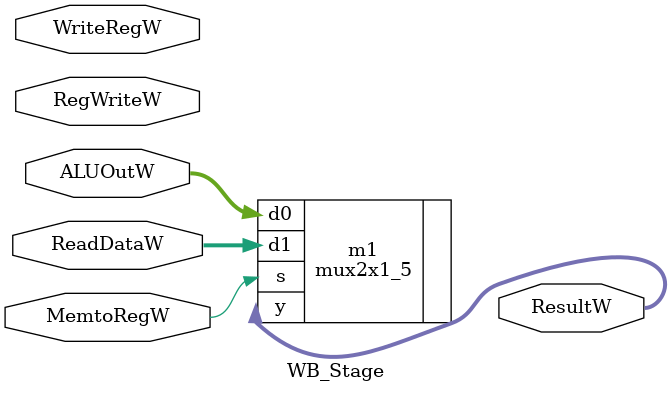
<source format=v>
module WB_Stage(
input RegWriteW,
input MemtoRegW,
input [31:0]ReadDataW,
input [31:0]ALUOutW,
input [4:0]WriteRegW,
output [31:0]ResultW
);

 
mux2x1_5 m1(.d0(ALUOutW),
          .d1(ReadDataW),
			 .s(MemtoRegW),
			 .y(ResultW)
          );

endmodule

</source>
